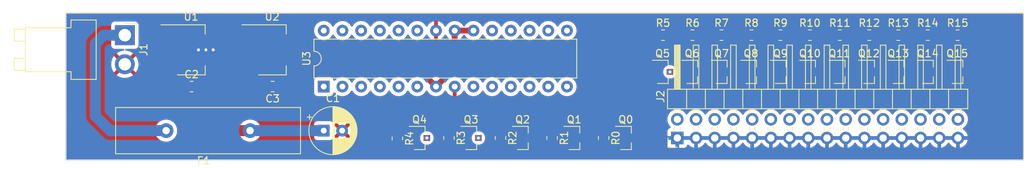
<source format=kicad_pcb>
(kicad_pcb (version 20230620) (generator pcbnew)
  (layers (0 "F.Cu" signal) (31 "B.Cu" signal) (34 "B.Paste" user) (35 "F.Paste" user) (36 "B.SilkS" user "B.Silkscreen") (37 "F.SilkS" user "F.Silkscreen") (38 "B.Mask" user) (39 "F.Mask" user) (44 "Edge.Cuts" user))
  (net 0 "")
  (net 1 "Net-(C1-Pad1)")
  (net 2 "GND")
  (net 3 "+12V")
  (net 4 "Net-(F1-Pad2)")
  (net 5 "/PB0")
  (net 6 "Net-(C3-Pad2)")
  (net 7 "/LED0")
  (net 8 "/LED1")
  (net 9 "/LED2")
  (net 10 "/LED3")
  (net 11 "/LED4")
  (net 12 "/LED5")
  (net 13 "/LED6")
  (net 14 "/LED7")
  (net 15 "/LED8")
  (net 16 "/LED9")
  (net 17 "/LED10")
  (net 18 "/LED11")
  (net 19 "/LED12")
  (net 20 "/LED13")
  (net 21 "/LED14")
  (net 22 "/LED15")
  (net 23 "/PB1")
  (net 24 "/PB2")
  (net 25 "/PB3")
  (net 26 "/PB4")
  (net 27 "/PB5")
  (net 28 "/PB6")
  (net 29 "/PB7")
  (net 30 "/PD0")
  (net 31 "/PD1")
  (net 32 "/PD2")
  (net 33 "/PD3")
  (net 34 "/PD4")
  (net 35 "/PD5")
  (net 36 "/PD6")
  (net 37 "/PD7")
  (footprint "Capacitor_THT:CP_Radial_D6.3mm_P2.50mm" (layer "F.Cu") (at 149.3 82.802)
    (property "Reference" "C1" (at 1.25 -4.4 0) (layer "F.SilkS"))
    (property "Value" "CP")
    (pad "1" thru_hole rect (at 0 0) (size 1.6 1.6) (drill 0.8) (layers "*.Cu" "*.Mask") (net 1 "Net-(C1-Pad1)"))
    (pad "2" thru_hole circle (at 2.5 0) (size 1.6 1.6) (drill 0.8) (layers "*.Cu" "*.Mask") (net 2 "GND"))
  )
  (footprint "Capacitor_SMD:C_0805_2012Metric_Pad1.33x1.40mm_HandSolder" (layer "F.Cu") (at 131.3625 76.802)
    (property "Reference" "C2" (at 0 -1.65 0) (layer "F.SilkS"))
    (property "Value" "C")
    (pad "1" smd roundrect (at -0.9375 0) (size 1.325 1.4) (layers "F.Cu" "F.Paste" "F.Mask") (roundrect_rratio 0.188679) (net 3 "+12V"))
    (pad "2" smd roundrect (at 0.9375 0) (size 1.325 1.4) (layers "F.Cu" "F.Paste" "F.Mask") (roundrect_rratio 0.188679) (net 2 "GND"))
  )
  (footprint "Capacitor_SMD:C_0805_2012Metric_Pad1.33x1.40mm_HandSolder" (layer "F.Cu") (at 142.3625 76.802 180)
    (property "Reference" "C3" (at 0 -1.65 180) (layer "F.SilkS"))
    (property "Value" "C")
    (pad "1" smd roundrect (at -0.9375 0 180) (size 1.325 1.4) (layers "F.Cu" "F.Paste" "F.Mask") (roundrect_rratio 0.188679) (net 2 "GND"))
    (pad "2" smd roundrect (at 0.9375 0 180) (size 1.325 1.4) (layers "F.Cu" "F.Paste" "F.Mask") (roundrect_rratio 0.188679) (net 6 "Net-(C3-Pad2)"))
  )
  (footprint "Connector_JST:JST_VH_B2PS-VH_1x02_P3.96mm_Horizontal" (layer "F.Cu") (at 122.3 69.802 -90)
    (property "Reference" "J1" (at 1.98 -2.55 -90) (layer "F.SilkS"))
    (property "Value" "Conn_01x02_Male")
    (pad "1" thru_hole rect (at 0 0 270) (size 2.7 2.7) (drill 1.7) (layers "*.Cu" "*.Mask") (net 4 "Net-(F1-Pad2)"))
    (pad "2" thru_hole circle (at 3.96 0 270) (size 2.7 2.7) (drill 1.7) (layers "*.Cu" "*.Mask") (net 2 "GND"))
  )
  (footprint "Connector_PinHeader_2.54mm:PinHeader_2x16_P2.54mm_Horizontal" (layer "F.Cu") (at 197.3 83.802 90)
    (property "Reference" "J2" (at 5.655 -2.27 90) (layer "F.SilkS"))
    (property "Value" "Conn_02x16_Odd_Even")
    (pad "1" thru_hole rect (at 0 0 90) (size 1.7 1.7) (drill 1) (layers "*.Cu" "*.Mask") (net 3 "+12V"))
    (pad "2" thru_hole oval (at 2.54 0 90) (size 1.7 1.7) (drill 1) (layers "*.Cu" "*.Mask") (net 7 "/LED0"))
    (pad "3" thru_hole oval (at 0 2.54 90) (size 1.7 1.7) (drill 1) (layers "*.Cu" "*.Mask") (net 3 "+12V"))
    (pad "4" thru_hole oval (at 2.54 2.54 90) (size 1.7 1.7) (drill 1) (layers "*.Cu" "*.Mask") (net 8 "/LED1"))
    (pad "5" thru_hole oval (at 0 5.08 90) (size 1.7 1.7) (drill 1) (layers "*.Cu" "*.Mask") (net 3 "+12V"))
    (pad "6" thru_hole oval (at 2.54 5.08 90) (size 1.7 1.7) (drill 1) (layers "*.Cu" "*.Mask") (net 9 "/LED2"))
    (pad "7" thru_hole oval (at 0 7.62 90) (size 1.7 1.7) (drill 1) (layers "*.Cu" "*.Mask") (net 3 "+12V"))
    (pad "8" thru_hole oval (at 2.54 7.62 90) (size 1.7 1.7) (drill 1) (layers "*.Cu" "*.Mask") (net 10 "/LED3"))
    (pad "9" thru_hole oval (at 0 10.16 90) (size 1.7 1.7) (drill 1) (layers "*.Cu" "*.Mask") (net 3 "+12V"))
    (pad "10" thru_hole oval (at 2.54 10.16 90) (size 1.7 1.7) (drill 1) (layers "*.Cu" "*.Mask") (net 11 "/LED4"))
    (pad "11" thru_hole oval (at 0 12.7 90) (size 1.7 1.7) (drill 1) (layers "*.Cu" "*.Mask") (net 3 "+12V"))
    (pad "12" thru_hole oval (at 2.54 12.7 90) (size 1.7 1.7) (drill 1) (layers "*.Cu" "*.Mask") (net 12 "/LED5"))
    (pad "13" thru_hole oval (at 0 15.24 90) (size 1.7 1.7) (drill 1) (layers "*.Cu" "*.Mask") (net 3 "+12V"))
    (pad "14" thru_hole oval (at 2.54 15.24 90) (size 1.7 1.7) (drill 1) (layers "*.Cu" "*.Mask") (net 13 "/LED6"))
    (pad "15" thru_hole oval (at 0 17.78 90) (size 1.7 1.7) (drill 1) (layers "*.Cu" "*.Mask") (net 3 "+12V"))
    (pad "16" thru_hole oval (at 2.54 17.78 90) (size 1.7 1.7) (drill 1) (layers "*.Cu" "*.Mask") (net 14 "/LED7"))
    (pad "17" thru_hole oval (at 0 20.32 90) (size 1.7 1.7) (drill 1) (layers "*.Cu" "*.Mask") (net 3 "+12V"))
    (pad "18" thru_hole oval (at 2.54 20.32 90) (size 1.7 1.7) (drill 1) (layers "*.Cu" "*.Mask") (net 15 "/LED8"))
    (pad "19" thru_hole oval (at 0 22.86 90) (size 1.7 1.7) (drill 1) (layers "*.Cu" "*.Mask") (net 3 "+12V"))
    (pad "20" thru_hole oval (at 2.54 22.86 90) (size 1.7 1.7) (drill 1) (layers "*.Cu" "*.Mask") (net 16 "/LED9"))
    (pad "21" thru_hole oval (at 0 25.4 90) (size 1.7 1.7) (drill 1) (layers "*.Cu" "*.Mask") (net 3 "+12V"))
    (pad "22" thru_hole oval (at 2.54 25.4 90) (size 1.7 1.7) (drill 1) (layers "*.Cu" "*.Mask") (net 17 "/LED10"))
    (pad "23" thru_hole oval (at 0 27.94 90) (size 1.7 1.7) (drill 1) (layers "*.Cu" "*.Mask") (net 3 "+12V"))
    (pad "24" thru_hole oval (at 2.54 27.94 90) (size 1.7 1.7) (drill 1) (layers "*.Cu" "*.Mask") (net 18 "/LED11"))
    (pad "25" thru_hole oval (at 0 30.48 90) (size 1.7 1.7) (drill 1) (layers "*.Cu" "*.Mask") (net 3 "+12V"))
    (pad "26" thru_hole oval (at 2.54 30.48 90) (size 1.7 1.7) (drill 1) (layers "*.Cu" "*.Mask") (net 19 "/LED12"))
    (pad "27" thru_hole oval (at 0 33.02 90) (size 1.7 1.7) (drill 1) (layers "*.Cu" "*.Mask") (net 3 "+12V"))
    (pad "28" thru_hole oval (at 2.54 33.02 90) (size 1.7 1.7) (drill 1) (layers "*.Cu" "*.Mask") (net 20 "/LED13"))
    (pad "29" thru_hole oval (at 0 35.56 90) (size 1.7 1.7) (drill 1) (layers "*.Cu" "*.Mask") (net 3 "+12V"))
    (pad "30" thru_hole oval (at 2.54 35.56 90) (size 1.7 1.7) (drill 1) (layers "*.Cu" "*.Mask") (net 21 "/LED14"))
    (pad "31" thru_hole oval (at 0 38.1 90) (size 1.7 1.7) (drill 1) (layers "*.Cu" "*.Mask") (net 3 "+12V"))
    (pad "32" thru_hole oval (at 2.54 38.1 90) (size 1.7 1.7) (drill 1) (layers "*.Cu" "*.Mask") (net 22 "/LED15"))
  )
  (footprint "Package_TO_SOT_SMD:SOT-223-3_TabPin2" (layer "F.Cu") (at 131.3 71.802)
    (property "Reference" "U1" (at 0 -4.5 0) (layer "F.SilkS"))
    (property "Value" "NCP1117-12_SOT223")
    (pad "1" smd rect (at -3.15 -2.3) (size 2 1.5) (layers "F.Cu" "F.Paste" "F.Mask") (net 2 "GND"))
    (pad "2" smd rect (at -3.15 0) (size 2 1.5) (layers "F.Cu" "F.Paste" "F.Mask") (net 3 "+12V"))
    (pad "2" smd rect (at 3.15 0) (size 2 3.8) (layers "F.Cu" "F.Paste" "F.Mask") (net 3 "+12V"))
    (pad "3" smd rect (at -3.15 2.3) (size 2 1.5) (layers "F.Cu" "F.Paste" "F.Mask") (net 1 "Net-(C1-Pad1)"))
  )
  (footprint "Package_DIP:DIP-28_W7.62mm" (layer "F.Cu") (at 149.3 76.802 90)
    (property "Reference" "U3" (at 3.81 -2.33 90) (layer "F.SilkS"))
    (property "Value" "ATmega328P-PU")
    (pad "1" thru_hole rect (at 0 0 90) (size 1.6 1.6) (drill 0.8) (layers "*.Cu" "*.Mask"))
    (pad "2" thru_hole oval (at 0 2.54 90) (size 1.6 1.6) (drill 0.8) (layers "*.Cu" "*.Mask") (net 30 "/PD0"))
    (pad "3" thru_hole oval (at 0 5.08 90) (size 1.6 1.6) (drill 0.8) (layers "*.Cu" "*.Mask") (net 31 "/PD1"))
    (pad "4" thru_hole oval (at 0 7.62 90) (size 1.6 1.6) (drill 0.8) (layers "*.Cu" "*.Mask") (net 32 "/PD2"))
    (pad "5" thru_hole oval (at 0 10.16 90) (size 1.6 1.6) (drill 0.8) (layers "*.Cu" "*.Mask") (net 33 "/PD3"))
    (pad "6" thru_hole oval (at 0 12.7 90) (size 1.6 1.6) (drill 0.8) (layers "*.Cu" "*.Mask") (net 34 "/PD4"))
    (pad "7" thru_hole oval (at 0 15.24 90) (size 1.6 1.6) (drill 0.8) (layers "*.Cu" "*.Mask") (net 6 "Net-(C3-Pad2)"))
    (pad "8" thru_hole oval (at 0 17.78 90) (size 1.6 1.6) (drill 0.8) (layers "*.Cu" "*.Mask") (net 2 "GND"))
    (pad "9" thru_hole oval (at 0 20.32 90) (size 1.6 1.6) (drill 0.8) (layers "*.Cu" "*.Mask") (net 28 "/PB6"))
    (pad "10" thru_hole oval (at 0 22.86 90) (size 1.6 1.6) (drill 0.8) (layers "*.Cu" "*.Mask") (net 29 "/PB7"))
    (pad "11" thru_hole oval (at 0 25.4 90) (size 1.6 1.6) (drill 0.8) (layers "*.Cu" "*.Mask") (net 35 "/PD5"))
    (pad "12" thru_hole oval (at 0 27.94 90) (size 1.6 1.6) (drill 0.8) (layers "*.Cu" "*.Mask") (net 36 "/PD6"))
    (pad "13" thru_hole oval (at 0 30.48 90) (size 1.6 1.6) (drill 0.8) (layers "*.Cu" "*.Mask") (net 37 "/PD7"))
    (pad "14" thru_hole oval (at 0 33.02 90) (size 1.6 1.6) (drill 0.8) (layers "*.Cu" "*.Mask") (net 5 "/PB0"))
    (pad "15" thru_hole oval (at 7.62 33.02 90) (size 1.6 1.6) (drill 0.8) (layers "*.Cu" "*.Mask") (net 23 "/PB1"))
    (pad "16" thru_hole oval (at 7.62 30.48 90) (size 1.6 1.6) (drill 0.8) (layers "*.Cu" "*.Mask") (net 24 "/PB2"))
    (pad "17" thru_hole oval (at 7.62 27.94 90) (size 1.6 1.6) (drill 0.8) (layers "*.Cu" "*.Mask") (net 25 "/PB3"))
    (pad "18" thru_hole oval (at 7.62 25.4 90) (size 1.6 1.6) (drill 0.8) (layers "*.Cu" "*.Mask") (net 26 "/PB4"))
    (pad "19" thru_hole oval (at 7.62 22.86 90) (size 1.6 1.6) (drill 0.8) (layers "*.Cu" "*.Mask") (net 27 "/PB5"))
    (pad "20" thru_hole oval (at 7.62 20.32 90) (size 1.6 1.6) (drill 0.8) (layers "*.Cu" "*.Mask") (net 6 "Net-(C3-Pad2)"))
    (pad "21" thru_hole oval (at 7.62 17.78 90) (size 1.6 1.6) (drill 0.8) (layers "*.Cu" "*.Mask") (net 6 "Net-(C3-Pad2)"))
    (pad "22" thru_hole oval (at 7.62 15.24 90) (size 1.6 1.6) (drill 0.8) (layers "*.Cu" "*.Mask") (net 2 "GND"))
    (pad "23" thru_hole oval (at 7.62 12.7 90) (size 1.6 1.6) (drill 0.8) (layers "*.Cu" "*.Mask"))
    (pad "24" thru_hole oval (at 7.62 10.16 90) (size 1.6 1.6) (drill 0.8) (layers "*.Cu" "*.Mask"))
    (pad "25" thru_hole oval (at 7.62 7.62 90) (size 1.6 1.6) (drill 0.8) (layers "*.Cu" "*.Mask"))
    (pad "26" thru_hole oval (at 7.62 5.08 90) (size 1.6 1.6) (drill 0.8) (layers "*.Cu" "*.Mask"))
    (pad "27" thru_hole oval (at 7.62 2.54 90) (size 1.6 1.6) (drill 0.8) (layers "*.Cu" "*.Mask"))
    (pad "28" thru_hole oval (at 7.62 0 90) (size 1.6 1.6) (drill 0.8) (layers "*.Cu" "*.Mask"))
  )
  (footprint "Package_TO_SOT_SMD:SOT-223-3_TabPin2" (layer "F.Cu") (at 142.3 71.802)
    (property "Reference" "U2" (at 0 -4.5 0) (layer "F.SilkS"))
    (property "Value" "AP1117-50")
    (pad "1" smd rect (at -3.15 -2.3) (size 2 1.5) (layers "F.Cu" "F.Paste" "F.Mask") (net 2 "GND"))
    (pad "2" smd rect (at -3.15 0) (size 2 1.5) (layers "F.Cu" "F.Paste" "F.Mask") (net 6 "Net-(C3-Pad2)"))
    (pad "2" smd rect (at 3.15 0) (size 2 3.8) (layers "F.Cu" "F.Paste" "F.Mask") (net 6 "Net-(C3-Pad2)"))
    (pad "3" smd rect (at -3.15 2.3) (size 2 1.5) (layers "F.Cu" "F.Paste" "F.Mask") (net 3 "+12V"))
  )
  (footprint "Fuse:Fuse_Littelfuse-LVR200" (layer "F.Cu") (at 139.3 82.802 180)
    (property "Reference" "F1" (at 6.3 -4.1 180) (layer "F.SilkS"))
    (property "Value" "Fuse")
    (pad "1" thru_hole circle (at 0 0 180) (size 2 2) (drill 1) (layers "*.Cu" "*.Mask") (net 1 "Net-(C1-Pad1)"))
    (pad "2" thru_hole circle (at 11.4 0 180) (size 2 2) (drill 1) (layers "*.Cu" "*.Mask") (net 4 "Net-(F1-Pad2)"))
  )
  (footprint "Package_TO_SOT_SMD:SOT-23" (layer "F.Cu") (at 190.3 83.802)
    (property "Reference" "Q0" (at 0 -2.5 0) (layer "F.SilkS"))
    (property "Value" "BSS138")
    (pad "1" smd rect (at -1 -0.95) (size 0.9 0.8) (layers "F.Cu" "F.Paste" "F.Mask") (net 5 "/PB0"))
    (pad "2" smd rect (at -1 0.95) (size 0.9 0.8) (layers "F.Cu" "F.Paste" "F.Mask") (net 2 "GND"))
    (pad "3" smd rect (at 1 0) (size 0.9 0.8) (layers "F.Cu" "F.Paste" "F.Mask") (net 7 "/LED0"))
  )
  (footprint "Package_TO_SOT_SMD:SOT-23" (layer "F.Cu") (at 183.3 83.802)
    (property "Reference" "Q1" (at 0 -2.5 0) (layer "F.SilkS"))
    (property "Value" "BSS138")
    (pad "1" smd rect (at -1 -0.95) (size 0.9 0.8) (layers "F.Cu" "F.Paste" "F.Mask") (net 23 "/PB1"))
    (pad "2" smd rect (at -1 0.95) (size 0.9 0.8) (layers "F.Cu" "F.Paste" "F.Mask") (net 2 "GND"))
    (pad "3" smd rect (at 1 0) (size 0.9 0.8) (layers "F.Cu" "F.Paste" "F.Mask") (net 8 "/LED1"))
  )
  (footprint "Package_TO_SOT_SMD:SOT-23" (layer "F.Cu") (at 176.3 83.802)
    (property "Reference" "Q2" (at 0 -2.5 0) (layer "F.SilkS"))
    (property "Value" "BSS138")
    (pad "1" smd rect (at -1 -0.95) (size 0.9 0.8) (layers "F.Cu" "F.Paste" "F.Mask") (net 24 "/PB2"))
    (pad "2" smd rect (at -1 0.95) (size 0.9 0.8) (layers "F.Cu" "F.Paste" "F.Mask") (net 2 "GND"))
    (pad "3" smd rect (at 1 0) (size 0.9 0.8) (layers "F.Cu" "F.Paste" "F.Mask") (net 9 "/LED2"))
  )
  (footprint "Package_TO_SOT_SMD:SOT-23" (layer "F.Cu") (at 169.3 83.802)
    (property "Reference" "Q3" (at 0 -2.5 0) (layer "F.SilkS"))
    (property "Value" "BSS138")
    (pad "1" smd rect (at -1 -0.95) (size 0.9 0.8) (layers "F.Cu" "F.Paste" "F.Mask") (net 25 "/PB3"))
    (pad "2" smd rect (at -1 0.95) (size 0.9 0.8) (layers "F.Cu" "F.Paste" "F.Mask") (net 2 "GND"))
    (pad "3" smd rect (at 1 0) (size 0.9 0.8) (layers "F.Cu" "F.Paste" "F.Mask") (net 10 "/LED3"))
  )
  (footprint "Package_TO_SOT_SMD:SOT-23" (layer "F.Cu") (at 162.3 83.802)
    (property "Reference" "Q4" (at 0 -2.5 0) (layer "F.SilkS"))
    (property "Value" "BSS138")
    (pad "1" smd rect (at -1 -0.95) (size 0.9 0.8) (layers "F.Cu" "F.Paste" "F.Mask") (net 26 "/PB4"))
    (pad "2" smd rect (at -1 0.95) (size 0.9 0.8) (layers "F.Cu" "F.Paste" "F.Mask") (net 2 "GND"))
    (pad "3" smd rect (at 1 0) (size 0.9 0.8) (layers "F.Cu" "F.Paste" "F.Mask") (net 11 "/LED4"))
  )
  (footprint "Package_TO_SOT_SMD:SOT-23" (layer "F.Cu") (at 195.3 74.802)
    (property "Reference" "Q5" (at 0 -2.5 0) (layer "F.SilkS"))
    (property "Value" "BSS138")
    (pad "1" smd rect (at -1 -0.95) (size 0.9 0.8) (layers "F.Cu" "F.Paste" "F.Mask") (net 27 "/PB5"))
    (pad "2" smd rect (at -1 0.95) (size 0.9 0.8) (layers "F.Cu" "F.Paste" "F.Mask") (net 2 "GND"))
    (pad "3" smd rect (at 1 0) (size 0.9 0.8) (layers "F.Cu" "F.Paste" "F.Mask") (net 12 "/LED5"))
  )
  (footprint "Package_TO_SOT_SMD:SOT-23" (layer "F.Cu") (at 199.3 74.802)
    (property "Reference" "Q6" (at 0 -2.5 0) (layer "F.SilkS"))
    (property "Value" "BSS138")
    (pad "1" smd rect (at -1 -0.95) (size 0.9 0.8) (layers "F.Cu" "F.Paste" "F.Mask") (net 28 "/PB6"))
    (pad "2" smd rect (at -1 0.95) (size 0.9 0.8) (layers "F.Cu" "F.Paste" "F.Mask") (net 2 "GND"))
    (pad "3" smd rect (at 1 0) (size 0.9 0.8) (layers "F.Cu" "F.Paste" "F.Mask") (net 13 "/LED6"))
  )
  (footprint "Package_TO_SOT_SMD:SOT-23" (layer "F.Cu") (at 203.3 74.802)
    (property "Reference" "Q7" (at 0 -2.5 0) (layer "F.SilkS"))
    (property "Value" "BSS138")
    (pad "1" smd rect (at -1 -0.95) (size 0.9 0.8) (layers "F.Cu" "F.Paste" "F.Mask") (net 29 "/PB7"))
    (pad "2" smd rect (at -1 0.95) (size 0.9 0.8) (layers "F.Cu" "F.Paste" "F.Mask") (net 2 "GND"))
    (pad "3" smd rect (at 1 0) (size 0.9 0.8) (layers "F.Cu" "F.Paste" "F.Mask") (net 14 "/LED7"))
  )
  (footprint "Package_TO_SOT_SMD:SOT-23" (layer "F.Cu") (at 207.3 74.802)
    (property "Reference" "Q8" (at 0 -2.5 0) (layer "F.SilkS"))
    (property "Value" "BSS138")
    (pad "1" smd rect (at -1 -0.95) (size 0.9 0.8) (layers "F.Cu" "F.Paste" "F.Mask") (net 30 "/PD0"))
    (pad "2" smd rect (at -1 0.95) (size 0.9 0.8) (layers "F.Cu" "F.Paste" "F.Mask") (net 2 "GND"))
    (pad "3" smd rect (at 1 0) (size 0.9 0.8) (layers "F.Cu" "F.Paste" "F.Mask") (net 15 "/LED8"))
  )
  (footprint "Package_TO_SOT_SMD:SOT-23" (layer "F.Cu") (at 211.3 74.802)
    (property "Reference" "Q9" (at 0 -2.5 0) (layer "F.SilkS"))
    (property "Value" "BSS138")
    (pad "1" smd rect (at -1 -0.95) (size 0.9 0.8) (layers "F.Cu" "F.Paste" "F.Mask") (net 31 "/PD1"))
    (pad "2" smd rect (at -1 0.95) (size 0.9 0.8) (layers "F.Cu" "F.Paste" "F.Mask") (net 2 "GND"))
    (pad "3" smd rect (at 1 0) (size 0.9 0.8) (layers "F.Cu" "F.Paste" "F.Mask") (net 16 "/LED9"))
  )
  (footprint "Package_TO_SOT_SMD:SOT-23" (layer "F.Cu") (at 215.3 74.802)
    (property "Reference" "Q10" (at 0 -2.5 0) (layer "F.SilkS"))
    (property "Value" "BSS138")
    (pad "1" smd rect (at -1 -0.95) (size 0.9 0.8) (layers "F.Cu" "F.Paste" "F.Mask") (net 32 "/PD2"))
    (pad "2" smd rect (at -1 0.95) (size 0.9 0.8) (layers "F.Cu" "F.Paste" "F.Mask") (net 2 "GND"))
    (pad "3" smd rect (at 1 0) (size 0.9 0.8) (layers "F.Cu" "F.Paste" "F.Mask") (net 17 "/LED10"))
  )
  (footprint "Package_TO_SOT_SMD:SOT-23" (layer "F.Cu") (at 219.3 74.802)
    (property "Reference" "Q11" (at 0 -2.5 0) (layer "F.SilkS"))
    (property "Value" "BSS138")
    (pad "1" smd rect (at -1 -0.95) (size 0.9 0.8) (layers "F.Cu" "F.Paste" "F.Mask") (net 33 "/PD3"))
    (pad "2" smd rect (at -1 0.95) (size 0.9 0.8) (layers "F.Cu" "F.Paste" "F.Mask") (net 2 "GND"))
    (pad "3" smd rect (at 1 0) (size 0.9 0.8) (layers "F.Cu" "F.Paste" "F.Mask") (net 18 "/LED11"))
  )
  (footprint "Package_TO_SOT_SMD:SOT-23" (layer "F.Cu") (at 223.3 74.802)
    (property "Reference" "Q12" (at 0 -2.5 0) (layer "F.SilkS"))
    (property "Value" "BSS138")
    (pad "1" smd rect (at -1 -0.95) (size 0.9 0.8) (layers "F.Cu" "F.Paste" "F.Mask") (net 34 "/PD4"))
    (pad "2" smd rect (at -1 0.95) (size 0.9 0.8) (layers "F.Cu" "F.Paste" "F.Mask") (net 2 "GND"))
    (pad "3" smd rect (at 1 0) (size 0.9 0.8) (layers "F.Cu" "F.Paste" "F.Mask") (net 19 "/LED12"))
  )
  (footprint "Package_TO_SOT_SMD:SOT-23" (layer "F.Cu") (at 227.3 74.802)
    (property "Reference" "Q13" (at 0 -2.5 0) (layer "F.SilkS"))
    (property "Value" "BSS138")
    (pad "1" smd rect (at -1 -0.95) (size 0.9 0.8) (layers "F.Cu" "F.Paste" "F.Mask") (net 35 "/PD5"))
    (pad "2" smd rect (at -1 0.95) (size 0.9 0.8) (layers "F.Cu" "F.Paste" "F.Mask") (net 2 "GND"))
    (pad "3" smd rect (at 1 0) (size 0.9 0.8) (layers "F.Cu" "F.Paste" "F.Mask") (net 20 "/LED13"))
  )
  (footprint "Package_TO_SOT_SMD:SOT-23" (layer "F.Cu") (at 231.3 74.802)
    (property "Reference" "Q14" (at 0 -2.5 0) (layer "F.SilkS"))
    (property "Value" "BSS138")
    (pad "1" smd rect (at -1 -0.95) (size 0.9 0.8) (layers "F.Cu" "F.Paste" "F.Mask") (net 36 "/PD6"))
    (pad "2" smd rect (at -1 0.95) (size 0.9 0.8) (layers "F.Cu" "F.Paste" "F.Mask") (net 2 "GND"))
    (pad "3" smd rect (at 1 0) (size 0.9 0.8) (layers "F.Cu" "F.Paste" "F.Mask") (net 21 "/LED14"))
  )
  (footprint "Package_TO_SOT_SMD:SOT-23" (layer "F.Cu") (at 235.3 74.802)
    (property "Reference" "Q15" (at 0 -2.5 0) (layer "F.SilkS"))
    (property "Value" "BSS138")
    (pad "1" smd rect (at -1 -0.95) (size 0.9 0.8) (layers "F.Cu" "F.Paste" "F.Mask") (net 37 "/PD7"))
    (pad "2" smd rect (at -1 0.95) (size 0.9 0.8) (layers "F.Cu" "F.Paste" "F.Mask") (net 2 "GND"))
    (pad "3" smd rect (at 1 0) (size 0.9 0.8) (layers "F.Cu" "F.Paste" "F.Mask") (net 22 "/LED15"))
  )
  (footprint "Resistor_SMD:R_0805_2012Metric_Pad1.33x1.40mm_HandSolder" (layer "F.Cu") (at 187.3 83.802 -90)
    (property "Reference" "R0" (at 0 -1.65 -90) (layer "F.SilkS"))
    (property "Value" "R")
    (pad "1" smd roundrect (at -0.9375 0 270) (size 1.325 1.4) (layers "F.Cu" "F.Paste" "F.Mask") (roundrect_rratio 0.188679) (net 5 "/PB0"))
    (pad "2" smd roundrect (at 0.9375 0 270) (size 1.325 1.4) (layers "F.Cu" "F.Paste" "F.Mask") (roundrect_rratio 0.188679) (net 2 "GND"))
  )
  (footprint "Resistor_SMD:R_0805_2012Metric_Pad1.33x1.40mm_HandSolder" (layer "F.Cu") (at 173.3 83.802 -90)
    (property "Reference" "R2" (at 0 -1.65 -90) (layer "F.SilkS"))
    (property "Value" "R")
    (pad "1" smd roundrect (at -0.9375 0 270) (size 1.325 1.4) (layers "F.Cu" "F.Paste" "F.Mask") (roundrect_rratio 0.188679) (net 24 "/PB2"))
    (pad "2" smd roundrect (at 0.9375 0 270) (size 1.325 1.4) (layers "F.Cu" "F.Paste" "F.Mask") (roundrect_rratio 0.188679) (net 2 "GND"))
  )
  (footprint "Resistor_SMD:R_0805_2012Metric_Pad1.33x1.40mm_HandSolder" (layer "F.Cu") (at 166.3 83.802 -90)
    (property "Reference" "R3" (at 0 -1.65 -90) (layer "F.SilkS"))
    (property "Value" "R")
    (pad "1" smd roundrect (at -0.9375 0 270) (size 1.325 1.4) (layers "F.Cu" "F.Paste" "F.Mask") (roundrect_rratio 0.188679) (net 25 "/PB3"))
    (pad "2" smd roundrect (at 0.9375 0 270) (size 1.325 1.4) (layers "F.Cu" "F.Paste" "F.Mask") (roundrect_rratio 0.188679) (net 2 "GND"))
  )
  (footprint "Resistor_SMD:R_0805_2012Metric_Pad1.33x1.40mm_HandSolder" (layer "F.Cu") (at 159.3 83.8645 -90)
    (property "Reference" "R4" (at 0 -1.65 -90) (layer "F.SilkS"))
    (property "Value" "R")
    (pad "1" smd roundrect (at -0.9375 0 270) (size 1.325 1.4) (layers "F.Cu" "F.Paste" "F.Mask") (roundrect_rratio 0.188679) (net 26 "/PB4"))
    (pad "2" smd roundrect (at 0.9375 0 270) (size 1.325 1.4) (layers "F.Cu" "F.Paste" "F.Mask") (roundrect_rratio 0.188679) (net 2 "GND"))
  )
  (footprint "Resistor_SMD:R_0805_2012Metric_Pad1.33x1.40mm_HandSolder" (layer "F.Cu") (at 195.3625 69.802)
    (property "Reference" "R5" (at 0 -1.65 0) (layer "F.SilkS"))
    (property "Value" "R")
    (pad "1" smd roundrect (at -0.9375 0) (size 1.325 1.4) (layers "F.Cu" "F.Paste" "F.Mask") (roundrect_rratio 0.188679) (net 27 "/PB5"))
    (pad "2" smd roundrect (at 0.9375 0) (size 1.325 1.4) (layers "F.Cu" "F.Paste" "F.Mask") (roundrect_rratio 0.188679) (net 2 "GND"))
  )
  (footprint "Resistor_SMD:R_0805_2012Metric_Pad1.33x1.40mm_HandSolder" (layer "F.Cu") (at 199.3625 69.802)
    (property "Reference" "R6" (at 0 -1.65 0) (layer "F.SilkS"))
    (property "Value" "R")
    (pad "1" smd roundrect (at -0.9375 0) (size 1.325 1.4) (layers "F.Cu" "F.Paste" "F.Mask") (roundrect_rratio 0.188679) (net 28 "/PB6"))
    (pad "2" smd roundrect (at 0.9375 0) (size 1.325 1.4) (layers "F.Cu" "F.Paste" "F.Mask") (roundrect_rratio 0.188679) (net 2 "GND"))
  )
  (footprint "Resistor_SMD:R_0805_2012Metric_Pad1.33x1.40mm_HandSolder" (layer "F.Cu") (at 203.3 69.802)
    (property "Reference" "R7" (at 0 -1.65 0) (layer "F.SilkS"))
    (property "Value" "R")
    (pad "1" smd roundrect (at -0.9375 0) (size 1.325 1.4) (layers "F.Cu" "F.Paste" "F.Mask") (roundrect_rratio 0.188679) (net 29 "/PB7"))
    (pad "2" smd roundrect (at 0.9375 0) (size 1.325 1.4) (layers "F.Cu" "F.Paste" "F.Mask") (roundrect_rratio 0.188679) (net 2 "GND"))
  )
  (footprint "Resistor_SMD:R_0805_2012Metric_Pad1.33x1.40mm_HandSolder" (layer "F.Cu") (at 207.3625 69.802)
    (property "Reference" "R8" (at 0 -1.65 0) (layer "F.SilkS"))
    (property "Value" "R")
    (pad "1" smd roundrect (at -0.9375 0) (size 1.325 1.4) (layers "F.Cu" "F.Paste" "F.Mask") (roundrect_rratio 0.188679) (net 30 "/PD0"))
    (pad "2" smd roundrect (at 0.9375 0) (size 1.325 1.4) (layers "F.Cu" "F.Paste" "F.Mask") (roundrect_rratio 0.188679) (net 2 "GND"))
  )
  (footprint "Resistor_SMD:R_0805_2012Metric_Pad1.33x1.40mm_HandSolder" (layer "F.Cu") (at 211.3 69.802)
    (property "Reference" "R9" (at 0 -1.65 0) (layer "F.SilkS"))
    (property "Value" "R")
    (pad "1" smd roundrect (at -0.9375 0) (size 1.325 1.4) (layers "F.Cu" "F.Paste" "F.Mask") (roundrect_rratio 0.188679) (net 31 "/PD1"))
    (pad "2" smd roundrect (at 0.9375 0) (size 1.325 1.4) (layers "F.Cu" "F.Paste" "F.Mask") (roundrect_rratio 0.188679) (net 2 "GND"))
  )
  (footprint "Resistor_SMD:R_0805_2012Metric_Pad1.33x1.40mm_HandSolder" (layer "F.Cu") (at 215.3 69.802)
    (property "Reference" "R10" (at 0 -1.65 0) (layer "F.SilkS"))
    (property "Value" "R")
    (pad "1" smd roundrect (at -0.9375 0) (size 1.325 1.4) (layers "F.Cu" "F.Paste" "F.Mask") (roundrect_rratio 0.188679) (net 32 "/PD2"))
    (pad "2" smd roundrect (at 0.9375 0) (size 1.325 1.4) (layers "F.Cu" "F.Paste" "F.Mask") (roundrect_rratio 0.188679) (net 2 "GND"))
  )
  (footprint "Resistor_SMD:R_0805_2012Metric_Pad1.33x1.40mm_HandSolder" (layer "F.Cu") (at 219.3625 69.802)
    (property "Reference" "R11" (at 0 -1.65 0) (layer "F.SilkS"))
    (property "Value" "R")
    (pad "1" smd roundrect (at -0.9375 0) (size 1.325 1.4) (layers "F.Cu" "F.Paste" "F.Mask") (roundrect_rratio 0.188679) (net 33 "/PD3"))
    (pad "2" smd roundrect (at 0.9375 0) (size 1.325 1.4) (layers "F.Cu" "F.Paste" "F.Mask") (roundrect_rratio 0.188679) (net 2 "GND"))
  )
  (footprint "Resistor_SMD:R_0805_2012Metric_Pad1.33x1.40mm_HandSolder" (layer "F.Cu") (at 223.3625 69.802)
    (property "Reference" "R12" (at 0 -1.65 0) (layer "F.SilkS"))
    (property "Value" "R")
    (pad "1" smd roundrect (at -0.9375 0) (size 1.325 1.4) (layers "F.Cu" "F.Paste" "F.Mask") (roundrect_rratio 0.188679) (net 34 "/PD4"))
    (pad "2" smd roundrect (at 0.9375 0) (size 1.325 1.4) (layers "F.Cu" "F.Paste" "F.Mask") (roundrect_rratio 0.188679) (net 2 "GND"))
  )
  (footprint "Resistor_SMD:R_0805_2012Metric_Pad1.33x1.40mm_HandSolder" (layer "F.Cu") (at 227.3 69.802)
    (property "Reference" "R13" (at 0 -1.65 0) (layer "F.SilkS"))
    (property "Value" "R")
    (pad "1" smd roundrect (at -0.9375 0) (size 1.325 1.4) (layers "F.Cu" "F.Paste" "F.Mask") (roundrect_rratio 0.188679) (net 35 "/PD5"))
    (pad "2" smd roundrect (at 0.9375 0) (size 1.325 1.4) (layers "F.Cu" "F.Paste" "F.Mask") (roundrect_rratio 0.188679) (net 2 "GND"))
  )
  (footprint "Resistor_SMD:R_0805_2012Metric_Pad1.33x1.40mm_HandSolder" (layer "F.Cu") (at 231.3 69.802)
    (property "Reference" "R14" (at 0 -1.65 0) (layer "F.SilkS"))
    (property "Value" "R")
    (pad "1" smd roundrect (at -0.9375 0) (size 1.325 1.4) (layers "F.Cu" "F.Paste" "F.Mask") (roundrect_rratio 0.188679) (net 36 "/PD6"))
    (pad "2" smd roundrect (at 0.9375 0) (size 1.325 1.4) (layers "F.Cu" "F.Paste" "F.Mask") (roundrect_rratio 0.188679) (net 2 "GND"))
  )
  (footprint "Resistor_SMD:R_0805_2012Metric_Pad1.33x1.40mm_HandSolder" (layer "F.Cu") (at 235.3625 69.802)
    (property "Reference" "R15" (at 0 -1.65 0) (layer "F.SilkS"))
    (property "Value" "R")
    (pad "1" smd roundrect (at -0.9375 0) (size 1.325 1.4) (layers "F.Cu" "F.Paste" "F.Mask") (roundrect_rratio 0.188679) (net 37 "/PD7"))
    (pad "2" smd roundrect (at 0.9375 0) (size 1.325 1.4) (layers "F.Cu" "F.Paste" "F.Mask") (roundrect_rratio 0.188679) (net 2 "GND"))
  )
  (footprint "Resistor_SMD:R_0805_2012Metric_Pad1.33x1.40mm_HandSolder" (layer "F.Cu") (at 180.3 83.802 -90)
    (property "Reference" "R1" (at 0 -1.65 -90) (layer "F.SilkS"))
    (property "Value" "R")
    (pad "1" smd roundrect (at -0.9375 0 270) (size 1.325 1.4) (layers "F.Cu" "F.Paste" "F.Mask") (roundrect_rratio 0.188679) (net 23 "/PB1"))
    (pad "2" smd roundrect (at 0.9375 0 270) (size 1.325 1.4) (layers "F.Cu" "F.Paste" "F.Mask") (roundrect_rratio 0.188679) (net 2 "GND"))
  )
  (gr_line (start 244.3 66.802) (end 244.3 86.802) (stroke (width 0.15)) (layer "Edge.Cuts"))
  (gr_line (start 244.3 86.802) (end 114.3 86.802) (stroke (width 0.15)) (layer "Edge.Cuts"))
  (gr_line (start 114.3 66.802) (end 244.3 66.802) (stroke (width 0.15)) (layer "Edge.Cuts"))
  (gr_line (start 114.3 86.802) (end 114.3 66.802) (stroke (width 0.15)) (layer "Edge.Cuts"))
  (segment (start 139.3 82.802) (end 133.3 82.802) (width 1.5) (layer "F.Cu") (net 1))
  (segment (start 128.15 77.652) (end 128.15 74.102) (width 1.5) (layer "F.Cu") (net 1))
  (segment (start 133.3 82.802) (end 128.15 77.652) (width 1.5) (layer "F.Cu") (net 1))
  (segment (start 139.3 82.802) (end 149.3 82.802) (width 1.5) (layer "B.Cu") (net 1))
  (segment (start 134.3 71.802) (end 134.45 71.802) (width 1.5) (layer "F.Cu") (net 3))
  (segment (start 133.3 71.802) (end 134.3 71.802) (width 1.5) (layer "F.Cu") (net 3))
  (segment (start 132.3 71.802) (end 133.3 71.802) (width 1.5) (layer "F.Cu") (net 3))
  (segment (start 128.15 71.802) (end 131.3 71.802) (width 1.5) (layer "F.Cu") (net 3))
  (segment (start 131.3 75.127) (end 131.3 71.802) (width 0.8) (layer "F.Cu") (net 3))
  (segment (start 136.75 74.102) (end 139.15 74.102) (width 1.5) (layer "F.Cu") (net 3))
  (segment (start 131.3 71.802) (end 132.3 71.802) (width 1.5) (layer "F.Cu") (net 3))
  (segment (start 130.425 76.802) (end 130.425 76.002) (width 0.8) (layer "F.Cu") (net 3))
  (segment (start 130.425 76.002) (end 131.3 75.127) (width 0.8) (layer "F.Cu") (net 3))
  (segment (start 134.45 71.802) (end 136.75 74.102) (width 1.5) (layer "F.Cu") (net 3))
  (via (at 134.3 71.802) (size 0.8) (drill 0.4) (layers "F.Cu" "B.Cu") (net 3))
  (via (at 133.3 71.802) (size 0.8) (drill 0.4) (layers "F.Cu" "B.Cu") (net 3))
  (via (at 132.3 71.802) (size 0.8) (drill 0.4) (layers "F.Cu" "B.Cu") (net 3))
  (segment (start 118.3 80.802) (end 120.3 82.802) (width 1.5) (layer "B.Cu") (net 4))
  (segment (start 120.3 82.802) (end 127.9 82.802) (width 1.5) (layer "B.Cu") (net 4))
  (segment (start 119.45 69.802) (end 118.3 70.952) (width 1.5) (layer "B.Cu") (net 4))
  (segment (start 122.3 69.802) (end 119.45 69.802) (width 1.5) (layer "B.Cu") (net 4))
  (segment (start 118.3 70.952) (end 118.3 80.802) (width 1.5) (layer "B.Cu") (net 4))
  (segment (start 167.08 74.262) (end 167.08 69.182) (width 0.8) (layer "F.Cu") (net 6))
  (segment (start 145.45 71.802) (end 141.3 71.802) (width 0.8) (layer "F.Cu") (net 6))
  (segment (start 141.425 76.802) (end 141.425 71.927) (width 0.8) (layer "F.Cu") (net 6))
  (segment (start 164.54 76.802) (end 167.08 74.262) (width 0.8) (layer "F.Cu") (net 6))
  (segment (start 159.54 71.802) (end 164.54 76.802) (width 0.8) (layer "F.Cu") (net 6))
  (segment (start 145.45 71.802) (end 159.54 71.802) (width 0.8) (layer "F.Cu") (net 6))
  (segment (start 141.3 71.802) (end 139.15 71.802) (width 0.8) (layer "F.Cu") (net 6))
  (segment (start 167.08 69.182) (end 169.62 69.182) (width 0.8) (layer "F.Cu") (net 6))
  (segment (start 141.425 71.927) (end 141.3 71.802) (width 0.8) (layer "F.Cu") (net 6))
  (segment (start 139.15 71.802) (end 140.95 71.802) (width 0.8) (layer "F.Cu") (net 6))
  (segment (start 190.450001 82.702001) (end 190.450001 81.891999) (width 1) (layer "F.Cu") (net 8))
  (segment (start 190.702929 82.702001) (end 190.450001 82.702001) (width 1) (layer "F.Cu") (net 8))
  (segment (start 184.3 83.65848) (end 184.3 83.802) (width 1) (layer "F.Cu") (net 8))
  (segment (start 190.450001 81.891999) (end 190.310001 81.751999) (width 1) (layer "F.Cu") (net 8))
  (segment (start 190.310001 81.751999) (end 188.393519 81.751999) (width 1) (layer "F.Cu") (net 8))
  (segment (start 188.393519 81.751999) (end 188.14351 81.50199) (width 1) (layer "F.Cu") (net 8))
  (segment (start 188.890579 80.551988) (end 188.64057 80.301979) (width 1) (layer "F.Cu") (net 9))
  (segment (start 190.807061 80.551988) (end 188.890579 80.551988) (width 1) (layer "F.Cu") (net 9))
  (segment (start 190.981466 80.726393) (end 190.807061 80.551988) (width 1) (layer "F.Cu") (net 9))
  (via (at 170.3 83.802) (size 0.8) (drill 0.4) (layers "F.Cu" "B.Cu") (net 10))
  (via (at 163.3 83.802) (size 0.8) (drill 0.4) (layers "F.Cu" "B.Cu") (net 11))
  (via (at 196.3 74.802) (size 0.8) (drill 0.4) (layers "F.Cu" "B.Cu") (net 12))
  (zone (net 2) (net_name "GND") (layer "F.Cu") (connect_pads (clearance 0.508)) (min_thickness 0.254) (fill yes (thermal_gap 0.508) (thermal_bridge_width 0.508))
    (polygon (pts (xy 114.3 66.802) (xy 114.3 86.802) (xy 244.3 86.802) (xy 244.3 66.802)))
  )
  (zone (net 3) (net_name "+12V") (layer "B.Cu") (connect_pads (clearance 0.508)) (min_thickness 0.254) (fill yes (thermal_gap 0.508) (thermal_bridge_width 0.508))
    (polygon (pts (xy 114.3 66.802) (xy 114.3 86.802) (xy 244.3 86.802) (xy 244.3 66.802)))
  )
)
</source>
